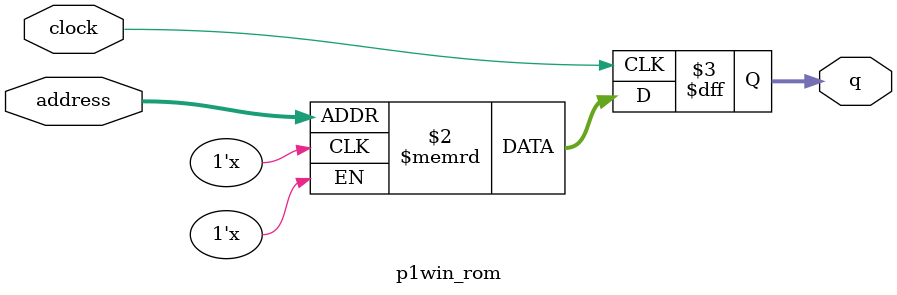
<source format=sv>
module p1win_rom (
	input logic clock,
	input logic [14:0] address,
	output logic [1:0] q
);

logic [1:0] memory [0:19199] /* synthesis ram_init_file = "./p1win/p1win.mif" */;

always_ff @ (posedge clock) begin
	q <= memory[address];
end

endmodule

</source>
